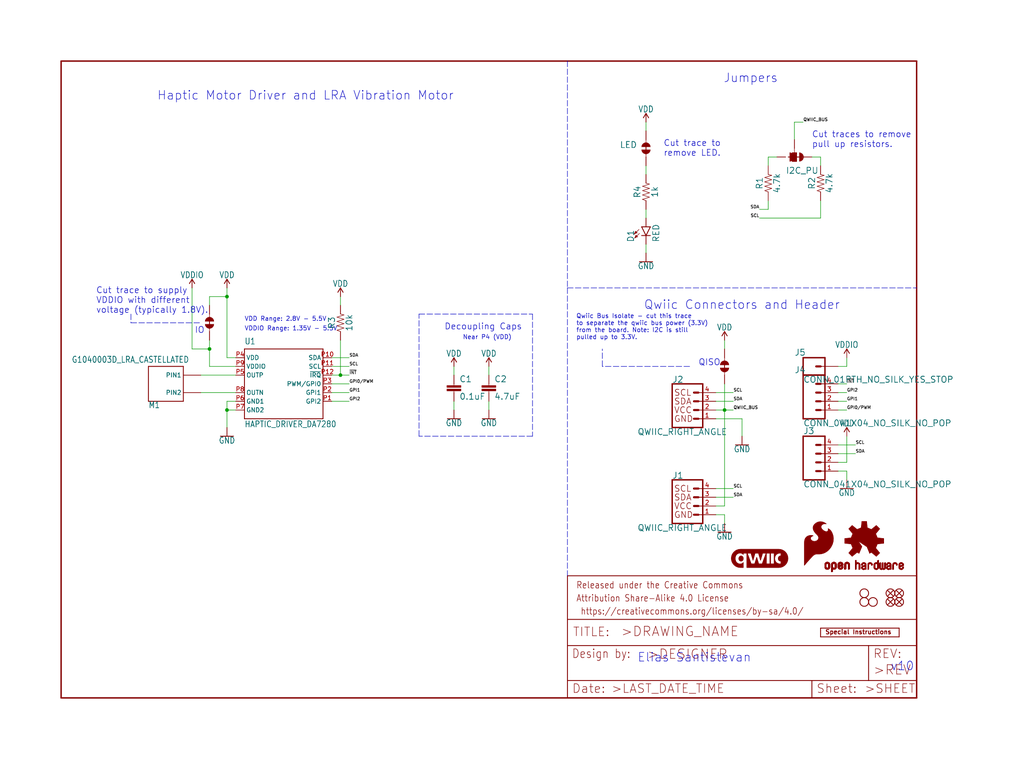
<source format=kicad_sch>
(kicad_sch (version 20211123) (generator eeschema)
  (paper "User" 297.942 223.926)
  (lib_symbols
    (symbol "schematicEagle-eagle-import:0.1UF-0603-25V-5%"
      (property "Reference" "C" (at 1.524 2.921 0))
      (property "Value" "0.1UF-0603-25V-5%" (at 1.524 -2.159 0))
      (symbol "0.1UF-0603-25V-5%_1_0"
        (pin passive line (at 0 5.08 270) (length 2.54) (name "1") (number "1"))
        (pin passive line (at 0 -2.54 90) (length 2.54) (name "2") (number "2"))
      )
    )
    (symbol "schematicEagle-eagle-import:10KOHM-0603-1{slash}10W-1%"
      (property "Reference" "R" (at 0 1.524 0))
      (property "Value" "10KOHM-0603-1{slash}10W-1%" (at 0 -1.524 0))
      (symbol "10KOHM-0603-1{slash}10W-1%_1_0"
        (pin passive line (at -5.08 0 0) (length 2.54) (name "1") (number "1"))
        (pin passive line (at 5.08 0 180) (length 2.54) (name "2") (number "2"))
      )
    )
    (symbol "schematicEagle-eagle-import:1KOHM-0603-1{slash}10W-1%"
      (property "Reference" "R" (at 0 1.524 0))
      (property "Value" "1KOHM-0603-1{slash}10W-1%" (at 0 -1.524 0))
      (symbol "1KOHM-0603-1{slash}10W-1%_1_0"
        (pin passive line (at -5.08 0 0) (length 2.54) (name "1") (number "1"))
        (pin passive line (at 5.08 0 180) (length 2.54) (name "2") (number "2"))
      )
    )
    (symbol "schematicEagle-eagle-import:4.7KOHM-0603-1{slash}10W-1%"
      (property "Reference" "R" (at 0 1.524 0))
      (property "Value" "4.7KOHM-0603-1{slash}10W-1%" (at 0 -1.524 0))
      (symbol "4.7KOHM-0603-1{slash}10W-1%_1_0"
        (pin passive line (at -5.08 0 0) (length 2.54) (name "1") (number "1"))
        (pin passive line (at 5.08 0 180) (length 2.54) (name "2") (number "2"))
      )
    )
    (symbol "schematicEagle-eagle-import:4.7UF-0603-6.3V-(10%)"
      (property "Reference" "C" (at 1.524 2.921 0))
      (property "Value" "4.7UF-0603-6.3V-(10%)" (at 1.524 -2.159 0))
      (symbol "4.7UF-0603-6.3V-(10%)_1_0"
        (pin passive line (at 0 5.08 270) (length 2.54) (name "1") (number "1"))
        (pin passive line (at 0 -2.54 90) (length 2.54) (name "2") (number "2"))
      )
    )
    (symbol "schematicEagle-eagle-import:CONN_01PTH_NO_SILK_YES_STOP"
      (property "Reference" "J" (at -2.54 3.048 0))
      (property "Value" "CONN_01PTH_NO_SILK_YES_STOP" (at -2.54 -4.826 0))
      (symbol "CONN_01PTH_NO_SILK_YES_STOP_1_0"
        (pin passive line (at 7.62 0 180) (length 5.08) (name "1") (number "1"))
      )
    )
    (symbol "schematicEagle-eagle-import:CONN_041X04_NO_SILK_NO_POP"
      (property "Reference" "J" (at -5.08 8.128 0))
      (property "Value" "CONN_041X04_NO_SILK_NO_POP" (at -5.08 -7.366 0))
      (symbol "CONN_041X04_NO_SILK_NO_POP_1_0"
        (pin passive line (at 5.08 -2.54 180) (length 5.08) (name "1") (number "1"))
        (pin passive line (at 5.08 0 180) (length 5.08) (name "2") (number "2"))
        (pin passive line (at 5.08 2.54 180) (length 5.08) (name "3") (number "3"))
        (pin passive line (at 5.08 5.08 180) (length 5.08) (name "4") (number "4"))
      )
    )
    (symbol "schematicEagle-eagle-import:FIDUCIALUFIDUCIAL")
    (symbol "schematicEagle-eagle-import:FRAME-LETTER"
      (symbol "FRAME-LETTER_2_0"
        (text " https://creativecommons.org/licenses/by-sa/4.0/" (at 2.54 24.13 0) (effects (font (size 1.9304 1.6408)) (justify left bottom)))
        (text ">DESIGNER" (at 23.114 11.176 0) (effects (font (size 2.7432 2.7432)) (justify left bottom)))
        (text ">DRAWING_NAME" (at 15.494 17.78 0) (effects (font (size 2.7432 2.7432)) (justify left bottom)))
        (text ">LAST_DATE_TIME" (at 12.7 1.27 0) (effects (font (size 2.54 2.54)) (justify left bottom)))
        (text ">REV" (at 88.9 6.604 0) (effects (font (size 2.7432 2.7432)) (justify left bottom)))
        (text ">SHEET" (at 86.36 1.27 0) (effects (font (size 2.54 2.54)) (justify left bottom)))
        (text "Attribution Share-Alike 4.0 License" (at 2.54 27.94 0) (effects (font (size 1.9304 1.6408)) (justify left bottom)))
        (text "Date:" (at 1.27 1.27 0) (effects (font (size 2.54 2.54)) (justify left bottom)))
        (text "Design by:" (at 1.27 11.43 0) (effects (font (size 2.54 2.159)) (justify left bottom)))
        (text "Released under the Creative Commons" (at 2.54 31.75 0) (effects (font (size 1.9304 1.6408)) (justify left bottom)))
        (text "REV:" (at 88.9 11.43 0) (effects (font (size 2.54 2.54)) (justify left bottom)))
        (text "Sheet:" (at 72.39 1.27 0) (effects (font (size 2.54 2.54)) (justify left bottom)))
        (text "TITLE:" (at 1.524 17.78 0) (effects (font (size 2.54 2.54)) (justify left bottom)))
      )
    )
    (symbol "schematicEagle-eagle-import:G1040003D_LRA_CASTELLATED"
      (property "Reference" "M" (at -5.08 5.588 0))
      (property "Value" "G1040003D_LRA_CASTELLATED" (at -5.08 -7.366 0))
      (symbol "G1040003D_LRA_CASTELLATED_1_0"
        (pin bidirectional line (at 10.16 2.54 180) (length 5.08) (name "PIN1") (number "P$1"))
        (pin bidirectional line (at 10.16 -2.54 180) (length 5.08) (name "PIN2") (number "P$2"))
      )
    )
    (symbol "schematicEagle-eagle-import:GND" (power)
      (property "Value" "GND" (at 0 -0.254 0))
      (symbol "GND_1_0"
        (pin power_in line (at 0 2.54 270) (length 2.54) (name "GND") (number "1"))
      )
    )
    (symbol "schematicEagle-eagle-import:HAPTIC_DRIVER_DA7280"
      (property "Reference" "U" (at -10.16 11.176 0))
      (property "Value" "HAPTIC_DRIVER_DA7280" (at -10.16 -12.7 0))
      (symbol "HAPTIC_DRIVER_DA7280_1_0"
        (pin input line (at 15.24 -5.08 180) (length 2.54) (name "GPI2") (number "P1"))
        (pin bidirectional line (at 15.24 7.62 180) (length 2.54) (name "SDA") (number "P10"))
        (pin bidirectional line (at 15.24 5.08 180) (length 2.54) (name "SCL") (number "P11"))
        (pin output line (at 15.24 2.54 180) (length 2.54) (name "~{IRQ}") (number "P12"))
        (pin input line (at 15.24 -2.54 180) (length 2.54) (name "GPI1") (number "P2"))
        (pin input line (at 15.24 0 180) (length 2.54) (name "PWM/GPI0") (number "P3"))
        (pin power_in line (at -12.7 7.62 0) (length 2.54) (name "VDD") (number "P4"))
        (pin output line (at -12.7 2.54 0) (length 2.54) (name "OUTP") (number "P5"))
        (pin power_in line (at -12.7 -5.08 0) (length 2.54) (name "GND1") (number "P6"))
        (pin power_in line (at -12.7 -7.62 0) (length 2.54) (name "GND2") (number "P7"))
        (pin output line (at -12.7 -2.54 0) (length 2.54) (name "OUTN") (number "P8"))
        (pin power_in line (at -12.7 5.08 0) (length 2.54) (name "VDDIO") (number "P9"))
      )
    )
    (symbol "schematicEagle-eagle-import:JUMPER-SMT_2_NC_TRACE_SILK"
      (property "Reference" "JP" (at -2.54 2.54 0))
      (property "Value" "JUMPER-SMT_2_NC_TRACE_SILK" (at -2.54 -2.54 0))
      (symbol "JUMPER-SMT_2_NC_TRACE_SILK_1_0"
        (pin passive line (at -5.08 0 0) (length 2.54) (name "1") (number "1"))
        (pin passive line (at 5.08 0 180) (length 2.54) (name "2") (number "2"))
      )
    )
    (symbol "schematicEagle-eagle-import:JUMPER-SMT_3_2-NC_TRACE_SILK"
      (property "Reference" "JP" (at 2.54 0.381 0))
      (property "Value" "JUMPER-SMT_3_2-NC_TRACE_SILK" (at 2.54 -0.381 0))
      (symbol "JUMPER-SMT_3_2-NC_TRACE_SILK_1_0"
        (pin passive line (at 0 5.08 270) (length 2.54) (name "1") (number "1"))
        (pin passive line (at -5.08 0 0) (length 2.54) (name "2") (number "2"))
        (pin passive line (at 0 -5.08 90) (length 2.54) (name "3") (number "3"))
      )
    )
    (symbol "schematicEagle-eagle-import:LED-RED0603"
      (property "Reference" "D" (at -3.429 -4.572 90))
      (property "Value" "LED-RED0603" (at 1.905 -4.572 90))
      (symbol "LED-RED0603_1_0"
        (pin passive line (at 0 2.54 270) (length 2.54) (name "A") (number "A"))
        (pin passive line (at 0 -5.08 90) (length 2.54) (name "C") (number "C"))
      )
    )
    (symbol "schematicEagle-eagle-import:OSHW-LOGOS")
    (symbol "schematicEagle-eagle-import:QWIIC_CONNECTORJS-1MM"
      (property "Reference" "J" (at -5.08 7.874 0))
      (property "Value" "QWIIC_CONNECTORJS-1MM" (at -5.08 -5.334 0))
      (symbol "QWIIC_CONNECTORJS-1MM_1_0"
        (text "GND" (at -4.572 -2.54 0) (effects (font (size 1.778 1.778)) (justify left)))
        (text "SCL" (at -4.572 5.08 0) (effects (font (size 1.778 1.778)) (justify left)))
        (text "SDA" (at -4.572 2.54 0) (effects (font (size 1.778 1.778)) (justify left)))
        (text "VCC" (at -4.572 0 0) (effects (font (size 1.778 1.778)) (justify left)))
        (pin power_in line (at 7.62 -2.54 180) (length 5.08) (name "1") (number "1"))
        (pin power_in line (at 7.62 0 180) (length 5.08) (name "2") (number "2"))
        (pin passive line (at 7.62 2.54 180) (length 5.08) (name "3") (number "3"))
        (pin passive line (at 7.62 5.08 180) (length 5.08) (name "4") (number "4"))
      )
    )
    (symbol "schematicEagle-eagle-import:QWIIC_LOGO_3MM")
    (symbol "schematicEagle-eagle-import:SFE_LOGO_FLAME.1_INCH")
    (symbol "schematicEagle-eagle-import:SPECIAL_INSTRUCTIONS-ORDERING"
      (symbol "SPECIAL_INSTRUCTIONS-ORDERING_1_0"
        (text "Special Instructions" (at 1.27 0.6985 0) (effects (font (size 1.27 1.27) (thickness 0.254) bold) (justify left bottom)))
      )
    )
    (symbol "schematicEagle-eagle-import:STAND-OFFTIGHT")
    (symbol "schematicEagle-eagle-import:VDD" (power)
      (property "Value" "VDD" (at 0 2.794 0))
      (symbol "VDD_1_0"
        (pin power_in line (at 0 0 90) (length 2.54) (name "VDD") (number "1"))
      )
    )
    (symbol "schematicEagle-eagle-import:VDDIO" (power)
      (property "Value" "VDDIO" (at 0 2.794 0))
      (symbol "VDDIO_1_0"
        (pin power_in line (at 0 0 90) (length 2.54) (name "VDDIO") (number "1"))
      )
    )
  )
  (junction (at 210.82 119.38))
  (junction (at 99.06 109.22))
  (junction (at 60.96 101.6))
  (junction (at 66.04 119.38))
  (junction (at 66.04 86.36))
  (wire (pts (xy 243.84 129.54) (xy 248.92 129.54)))
  (wire (pts (xy 210.82 119.38) (xy 213.36 119.38)))
  (wire (pts (xy 243.84 116.84) (xy 246.38 116.84)))
  (wire (pts (xy 208.28 142.24) (xy 213.36 142.24)))
  (wire (pts (xy 187.96 50.8) (xy 187.96 48.26)))
  (wire (pts (xy 208.28 144.78) (xy 213.36 144.78)))
  (wire (pts (xy 236.22 45.72) (xy 238.76 45.72)))
  (wire (pts (xy 68.58 114.3) (xy 58.42 114.3)))
  (wire (pts (xy 60.96 86.36) (xy 66.04 86.36)))
  (wire (pts (xy 101.6 104.14) (xy 96.52 104.14)))
  (wire (pts (xy 68.58 109.22) (xy 58.42 109.22)))
  (wire (pts (xy 99.06 109.22) (xy 99.06 99.06)))
  (wire (pts (xy 243.84 137.16) (xy 246.38 137.16)))
  (wire (pts (xy 68.58 104.14) (xy 66.04 104.14)))
  (wire (pts (xy 60.96 88.9) (xy 60.96 86.36)))
  (polyline (pts (xy 165.1 83.82) (xy 266.7 83.82)))
  (wire (pts (xy 101.6 111.76) (xy 96.52 111.76)))
  (polyline (pts (xy 165.1 83.82) (xy 165.1 167.64)))
  (wire (pts (xy 238.76 58.42) (xy 238.76 63.5)))
  (polyline (pts (xy 38.1 91.44) (xy 38.1 93.98)))
  (polyline (pts (xy 175.26 106.68) (xy 175.26 101.6)))
  (wire (pts (xy 238.76 45.72) (xy 238.76 48.26)))
  (wire (pts (xy 215.9 121.92) (xy 215.9 127)))
  (wire (pts (xy 68.58 116.84) (xy 66.04 116.84)))
  (wire (pts (xy 142.24 119.38) (xy 142.24 116.84)))
  (polyline (pts (xy 121.92 127) (xy 121.92 91.44)))
  (wire (pts (xy 187.96 71.12) (xy 187.96 73.66)))
  (wire (pts (xy 243.84 114.3) (xy 246.38 114.3)))
  (wire (pts (xy 60.96 106.68) (xy 60.96 101.6)))
  (wire (pts (xy 132.08 116.84) (xy 132.08 119.38)))
  (polyline (pts (xy 154.94 91.44) (xy 154.94 127)))
  (wire (pts (xy 66.04 86.36) (xy 66.04 83.82)))
  (wire (pts (xy 68.58 119.38) (xy 66.04 119.38)))
  (wire (pts (xy 210.82 149.86) (xy 210.82 152.4)))
  (wire (pts (xy 208.28 119.38) (xy 210.82 119.38)))
  (wire (pts (xy 223.52 48.26) (xy 223.52 45.72)))
  (polyline (pts (xy 200.66 106.68) (xy 175.26 106.68)))
  (wire (pts (xy 208.28 121.92) (xy 215.9 121.92)))
  (polyline (pts (xy 154.94 127) (xy 121.92 127)))
  (wire (pts (xy 66.04 119.38) (xy 66.04 124.46)))
  (wire (pts (xy 60.96 101.6) (xy 55.88 101.6)))
  (wire (pts (xy 66.04 104.14) (xy 66.04 86.36)))
  (wire (pts (xy 208.28 147.32) (xy 210.82 147.32)))
  (wire (pts (xy 243.84 111.76) (xy 246.38 111.76)))
  (wire (pts (xy 231.14 35.56) (xy 233.68 35.56)))
  (wire (pts (xy 210.82 119.38) (xy 210.82 147.32)))
  (wire (pts (xy 238.76 63.5) (xy 220.98 63.5)))
  (wire (pts (xy 132.08 109.22) (xy 132.08 106.68)))
  (wire (pts (xy 208.28 149.86) (xy 210.82 149.86)))
  (wire (pts (xy 243.84 119.38) (xy 246.38 119.38)))
  (wire (pts (xy 101.6 109.22) (xy 99.06 109.22)))
  (wire (pts (xy 246.38 134.62) (xy 246.38 127)))
  (wire (pts (xy 246.38 106.68) (xy 246.38 104.14)))
  (wire (pts (xy 101.6 116.84) (xy 96.52 116.84)))
  (wire (pts (xy 142.24 109.22) (xy 142.24 106.68)))
  (wire (pts (xy 99.06 109.22) (xy 96.52 109.22)))
  (wire (pts (xy 243.84 106.68) (xy 246.38 106.68)))
  (wire (pts (xy 243.84 132.08) (xy 248.92 132.08)))
  (wire (pts (xy 208.28 116.84) (xy 213.36 116.84)))
  (wire (pts (xy 223.52 58.42) (xy 223.52 60.96)))
  (wire (pts (xy 66.04 116.84) (xy 66.04 119.38)))
  (polyline (pts (xy 121.92 91.44) (xy 154.94 91.44)))
  (wire (pts (xy 243.84 134.62) (xy 246.38 134.62)))
  (wire (pts (xy 210.82 119.38) (xy 210.82 111.76)))
  (polyline (pts (xy 38.1 93.98) (xy 58.42 93.98)))
  (wire (pts (xy 68.58 106.68) (xy 60.96 106.68)))
  (polyline (pts (xy 165.1 17.78) (xy 165.1 83.82)))
  (wire (pts (xy 99.06 88.9) (xy 99.06 86.36)))
  (wire (pts (xy 187.96 38.1) (xy 187.96 35.56)))
  (wire (pts (xy 187.96 63.5) (xy 187.96 60.96)))
  (wire (pts (xy 246.38 137.16) (xy 246.38 139.7)))
  (wire (pts (xy 101.6 106.68) (xy 96.52 106.68)))
  (wire (pts (xy 208.28 114.3) (xy 213.36 114.3)))
  (wire (pts (xy 223.52 60.96) (xy 220.98 60.96)))
  (wire (pts (xy 223.52 45.72) (xy 226.06 45.72)))
  (wire (pts (xy 55.88 101.6) (xy 55.88 83.82)))
  (wire (pts (xy 60.96 101.6) (xy 60.96 99.06)))
  (wire (pts (xy 231.14 40.64) (xy 231.14 35.56)))
  (wire (pts (xy 101.6 114.3) (xy 96.52 114.3)))
  (wire (pts (xy 210.82 99.06) (xy 210.82 101.6)))
  (text "Decoupling Caps" (at 129.286 96.266 180) (effects (font (size 1.778 1.778)) (justify left bottom)))
  (text "QISO" (at 203.2 106.68 180) (effects (font (size 1.778 1.778)) (justify left bottom)))
  (text "Qwiic Bus Isolate - cut this trace\nto separate the qwiic bus power (3.3V)\nfrom the board. Note: I2C is still\npulled up to 3.3V." (at 167.64 99.06 0) (effects (font (size 1.27 1.27)) (justify left bottom)))
  (text "VDDIO Range: 1.35V - 5.5V" (at 71.12 96.52 180) (effects (font (size 1.27 1.27)) (justify left bottom)))
  (text "IO" (at 56.642 97.282 180) (effects (font (size 1.778 1.778)) (justify left bottom)))
  (text "Near P4 (VDD)" (at 134.62 99.06 180) (effects (font (size 1.27 1.27)) (justify left bottom)))
  (text "Elias Santistevan" (at 185.42 193.04 180) (effects (font (size 2.54 2.54)) (justify left bottom)))
  (text "Qwiic Connectors and Header" (at 215.9 88.9 180) (effects (font (size 2.54 2.54))))
  (text "Jumpers" (at 218.44 22.86 180) (effects (font (size 2.54 2.54))))
  (text "Cut trace to supply\nVDDIO with different\nvoltage (typically 1.8V)." (at 27.94 91.44 0) (effects (font (size 1.778 1.778)) (justify left bottom)))
  (text "VDD Range: 2.8V - 5.5V" (at 71.12 93.726 180) (effects (font (size 1.27 1.27)) (justify left bottom)))
  (text "Cut traces to remove\npull up resistors." (at 236.22 43.18 180) (effects (font (size 1.778 1.778)) (justify left bottom)))
  (text "Haptic Motor Driver and LRA Vibration Motor" (at 88.9 27.94 180) (effects (font (size 2.54 2.54))))
  (text "Cut trace to\nremove LED." (at 193.04 45.72 180) (effects (font (size 1.778 1.778)) (justify left bottom)))
  (text "v10" (at 259.08 195.58 180) (effects (font (size 2.54 2.54)) (justify left bottom)))
  (label "SCL" (at 213.36 114.3 0) (effects (font (size 0.889 0.889))))
  (label "GPI0/PWM" (at 246.38 119.38 0) (effects (font (size 0.889 0.889))))
  (label "GPI2" (at 246.38 114.3 0) (effects (font (size 0.889 0.889))))
  (label "QWIIC_BUS" (at 233.68 35.56 0) (effects (font (size 0.889 0.889))))
  (label "GPI0/PWM" (at 101.6 111.76 0) (effects (font (size 0.889 0.889))))
  (label "SDA" (at 213.36 116.84 0) (effects (font (size 0.889 0.889))))
  (label "SCL" (at 248.92 129.54 0) (effects (font (size 0.889 0.889))))
  (label "SDA" (at 248.92 132.08 0) (effects (font (size 0.889 0.889))))
  (label "GPI1" (at 246.38 116.84 0) (effects (font (size 0.889 0.889))))
  (label "QWIIC_BUS" (at 213.36 119.38 0) (effects (font (size 0.889 0.889))))
  (label "SDA" (at 101.6 104.14 0) (effects (font (size 0.889 0.889))))
  (label "SDA" (at 213.36 144.78 0) (effects (font (size 0.889 0.889))))
  (label "GPI1" (at 101.6 114.3 0) (effects (font (size 0.889 0.889))))
  (label "~{INT}" (at 246.38 111.76 0) (effects (font (size 0.889 0.889))))
  (label "SCL" (at 101.6 106.68 0) (effects (font (size 0.889 0.889))))
  (label "SCL" (at 213.36 142.24 0) (effects (font (size 0.889 0.889))))
  (label "SCL" (at 220.98 63.5 180) (effects (font (size 0.889 0.889))))
  (label "~{INT}" (at 101.6 109.22 0) (effects (font (size 0.889 0.889))))
  (label "SDA" (at 220.98 60.96 180) (effects (font (size 0.889 0.889))))
  (label "GPI2" (at 101.6 116.84 0) (effects (font (size 0.889 0.889))))
  (symbol (lib_id "schematicEagle-eagle-import:FIDUCIALUFIDUCIAL") (at 261.62 172.72 0) (unit 1)
    (property "Reference" "FD1" (effects hide))
    (property "Value" "FIDUCIALUFIDUCIAL" (effects hide))
    (property "Footprint" "schematicEagle:FIDUCIAL-MICRO" (effects hide))
  )
  (symbol (lib_id "schematicEagle-eagle-import:SPECIAL_INSTRUCTIONS-ORDERING") (at 238.76 185.42 0) (unit 1)
    (property "Reference" "LOGO1" (effects hide))
    (property "Value" "SPECIAL_INSTRUCTIONS-ORDERING" (effects hide))
    (property "Footprint" "schematicEagle:ORDERING_INSTRUCTIONS" (effects hide))
  )
  (symbol (lib_id "schematicEagle-eagle-import:FRAME-LETTER") (at 165.1 203.2 0) (unit 2)
    (property "Reference" "FRAME1" (effects hide))
    (property "Value" "FRAME-LETTER" (effects hide))
    (property "Footprint" "schematicEagle:CREATIVE_COMMONS" (effects hide))
  )
  (symbol (lib_id "schematicEagle-eagle-import:GND") (at 132.08 121.92 0) (unit 1)
    (property "Reference" "#GND6" (effects hide))
    (property "Value" "GND" (at 132.08 122.174 0) (effects (font (size 1.778 1.5113)) (justify top)))
    (property "Footprint" "schematicEagle:" (effects hide))
  )
  (symbol (lib_id "schematicEagle-eagle-import:SFE_LOGO_FLAME.1_INCH") (at 233.68 165.1 0) (unit 1)
    (property "Reference" "LOGO4" (effects hide))
    (property "Value" "SFE_LOGO_FLAME.1_INCH" (effects hide))
    (property "Footprint" "schematicEagle:SFE_LOGO_FLAME_.1" (effects hide))
  )
  (symbol (lib_id "schematicEagle-eagle-import:GND") (at 210.82 154.94 0) (unit 1)
    (property "Reference" "#GND2" (effects hide))
    (property "Value" "GND" (at 210.82 155.194 0) (effects (font (size 1.778 1.5113)) (justify top)))
    (property "Footprint" "schematicEagle:" (effects hide))
  )
  (symbol (lib_id "schematicEagle-eagle-import:OSHW-LOGOS") (at 251.46 157.48 0) (unit 1)
    (property "Reference" "LOGO2" (effects hide))
    (property "Value" "OSHW-LOGOS" (effects hide))
    (property "Footprint" "schematicEagle:OSHW-LOGO-S" (effects hide))
  )
  (symbol (lib_id "schematicEagle-eagle-import:4.7KOHM-0603-1{slash}10W-1%") (at 238.76 53.34 90) (unit 1)
    (property "Reference" "R2" (at 237.236 53.34 0) (effects (font (size 1.778 1.778)) (justify bottom)))
    (property "Value" "4.7k" (at 240.284 53.34 0) (effects (font (size 1.778 1.778)) (justify top)))
    (property "Footprint" "schematicEagle:0603" (effects hide))
  )
  (symbol (lib_id "schematicEagle-eagle-import:QWIIC_CONNECTORJS-1MM") (at 200.66 119.38 0) (unit 1)
    (property "Reference" "J2" (at 195.58 111.506 0) (effects (font (size 1.778 1.778)) (justify left bottom)))
    (property "Value" "QWIIC_RIGHT_ANGLE" (at 185.42 124.714 0) (effects (font (size 1.778 1.778)) (justify left top)))
    (property "Footprint" "schematicEagle:JST04_1MM_RA" (effects hide))
  )
  (symbol (lib_id "schematicEagle-eagle-import:CONN_041X04_NO_SILK_NO_POP") (at 238.76 134.62 0) (unit 1)
    (property "Reference" "J3" (at 233.68 126.492 0) (effects (font (size 1.778 1.778)) (justify left bottom)))
    (property "Value" "CONN_041X04_NO_SILK_NO_POP" (at 233.68 141.986 0) (effects (font (size 1.778 1.778)) (justify left bottom)))
    (property "Footprint" "schematicEagle:1X04_NO_SILK" (effects hide))
  )
  (symbol (lib_id "schematicEagle-eagle-import:JUMPER-SMT_2_NC_TRACE_SILK") (at 187.96 43.18 90) (unit 1)
    (property "Reference" "JP1" (effects hide))
    (property "Value" "LED" (at 185.42 43.18 90) (effects (font (size 1.778 1.778)) (justify left top)))
    (property "Footprint" "schematicEagle:SMT-JUMPER_2_NC_TRACE_SILK" (effects hide))
  )
  (symbol (lib_id "schematicEagle-eagle-import:4.7KOHM-0603-1{slash}10W-1%") (at 223.52 53.34 90) (unit 1)
    (property "Reference" "R1" (at 221.996 53.34 0) (effects (font (size 1.778 1.778)) (justify bottom)))
    (property "Value" "4.7k" (at 225.044 53.34 0) (effects (font (size 1.778 1.778)) (justify top)))
    (property "Footprint" "schematicEagle:0603" (effects hide))
  )
  (symbol (lib_id "schematicEagle-eagle-import:VDDIO") (at 55.88 83.82 0) (unit 1)
    (property "Reference" "#SUPPLY4" (effects hide))
    (property "Value" "VDDIO" (at 55.88 81.026 0) (effects (font (size 1.778 1.5113)) (justify bottom)))
    (property "Footprint" "schematicEagle:" (effects hide))
  )
  (symbol (lib_id "schematicEagle-eagle-import:FIDUCIALUFIDUCIAL") (at 261.62 175.26 0) (unit 1)
    (property "Reference" "FD4" (effects hide))
    (property "Value" "FIDUCIALUFIDUCIAL" (effects hide))
    (property "Footprint" "schematicEagle:FIDUCIAL-MICRO" (effects hide))
  )
  (symbol (lib_id "schematicEagle-eagle-import:GND") (at 246.38 142.24 0) (unit 1)
    (property "Reference" "#GND4" (effects hide))
    (property "Value" "GND" (at 246.38 142.494 0) (effects (font (size 1.778 1.5113)) (justify top)))
    (property "Footprint" "schematicEagle:" (effects hide))
  )
  (symbol (lib_id "schematicEagle-eagle-import:VDD") (at 210.82 99.06 0) (unit 1)
    (property "Reference" "#SUPPLY1" (effects hide))
    (property "Value" "VDD" (at 210.82 96.266 0) (effects (font (size 1.778 1.5113)) (justify bottom)))
    (property "Footprint" "schematicEagle:" (effects hide))
  )
  (symbol (lib_id "schematicEagle-eagle-import:VDD") (at 246.38 127 0) (unit 1)
    (property "Reference" "#SUPPLY2" (effects hide))
    (property "Value" "VDD" (at 246.38 124.206 0) (effects (font (size 1.778 1.5113)) (justify bottom)))
    (property "Footprint" "schematicEagle:" (effects hide))
  )
  (symbol (lib_id "schematicEagle-eagle-import:CONN_041X04_NO_SILK_NO_POP") (at 238.76 116.84 0) (unit 1)
    (property "Reference" "J4" (at 231.14 108.712 0) (effects (font (size 1.778 1.778)) (justify left bottom)))
    (property "Value" "CONN_041X04_NO_SILK_NO_POP" (at 233.68 124.206 0) (effects (font (size 1.778 1.778)) (justify left bottom)))
    (property "Footprint" "schematicEagle:1X04_NO_SILK" (effects hide))
  )
  (symbol (lib_id "schematicEagle-eagle-import:HAPTIC_DRIVER_DA7280") (at 81.28 111.76 0) (unit 1)
    (property "Reference" "U1" (at 71.12 100.33 0) (effects (font (size 1.778 1.5113)) (justify left bottom)))
    (property "Value" "HAPTIC_DRIVER_DA7280" (at 71.12 124.46 0) (effects (font (size 1.778 1.5113)) (justify left bottom)))
    (property "Footprint" "schematicEagle:QFN_DA7280" (effects hide))
  )
  (symbol (lib_id "schematicEagle-eagle-import:STAND-OFFTIGHT") (at 254 175.26 0) (unit 1)
    (property "Reference" "H4" (effects hide))
    (property "Value" "STAND-OFFTIGHT" (effects hide))
    (property "Footprint" "schematicEagle:STAND-OFF-TIGHT" (effects hide))
  )
  (symbol (lib_id "schematicEagle-eagle-import:VDD") (at 66.04 83.82 0) (unit 1)
    (property "Reference" "#SUPPLY10" (effects hide))
    (property "Value" "VDD" (at 66.04 81.026 0) (effects (font (size 1.778 1.5113)) (justify bottom)))
    (property "Footprint" "schematicEagle:" (effects hide))
  )
  (symbol (lib_id "schematicEagle-eagle-import:VDD") (at 132.08 106.68 0) (unit 1)
    (property "Reference" "#SUPPLY12" (effects hide))
    (property "Value" "VDD" (at 132.08 103.886 0) (effects (font (size 1.778 1.5113)) (justify bottom)))
    (property "Footprint" "schematicEagle:" (effects hide))
  )
  (symbol (lib_id "schematicEagle-eagle-import:10KOHM-0603-1{slash}10W-1%") (at 99.06 93.98 90) (unit 1)
    (property "Reference" "R3" (at 97.536 93.98 0) (effects (font (size 1.778 1.778)) (justify bottom)))
    (property "Value" "10k" (at 100.584 93.98 0) (effects (font (size 1.778 1.778)) (justify top)))
    (property "Footprint" "schematicEagle:0603" (effects hide))
  )
  (symbol (lib_id "schematicEagle-eagle-import:JUMPER-SMT_2_NC_TRACE_SILK") (at 210.82 106.68 90) (unit 1)
    (property "Reference" "JP4" (effects hide))
    (property "Value" "LED" (effects hide))
    (property "Footprint" "schematicEagle:SMT-JUMPER_2_NC_TRACE_SILK" (effects hide))
  )
  (symbol (lib_id "schematicEagle-eagle-import:VDD") (at 187.96 35.56 0) (unit 1)
    (property "Reference" "#SUPPLY14" (effects hide))
    (property "Value" "VDD" (at 187.96 32.766 0) (effects (font (size 1.778 1.5113)) (justify bottom)))
    (property "Footprint" "schematicEagle:" (effects hide))
  )
  (symbol (lib_id "schematicEagle-eagle-import:FIDUCIALUFIDUCIAL") (at 259.08 175.26 0) (unit 1)
    (property "Reference" "FD3" (effects hide))
    (property "Value" "FIDUCIALUFIDUCIAL" (effects hide))
    (property "Footprint" "schematicEagle:FIDUCIAL-MICRO" (effects hide))
  )
  (symbol (lib_id "schematicEagle-eagle-import:CONN_01PTH_NO_SILK_YES_STOP") (at 236.22 106.68 0) (unit 1)
    (property "Reference" "J5" (at 231.14 103.632 0) (effects (font (size 1.778 1.778)) (justify left bottom)))
    (property "Value" "CONN_01PTH_NO_SILK_YES_STOP" (at 233.68 111.506 0) (effects (font (size 1.778 1.778)) (justify left bottom)))
    (property "Footprint" "schematicEagle:1X01_NO_SILK" (effects hide))
  )
  (symbol (lib_id "schematicEagle-eagle-import:QWIIC_CONNECTORJS-1MM") (at 200.66 147.32 0) (unit 1)
    (property "Reference" "J1" (at 195.58 139.446 0) (effects (font (size 1.778 1.778)) (justify left bottom)))
    (property "Value" "QWIIC_RIGHT_ANGLE" (at 185.42 152.654 0) (effects (font (size 1.778 1.778)) (justify left top)))
    (property "Footprint" "schematicEagle:JST04_1MM_RA" (effects hide))
  )
  (symbol (lib_id "schematicEagle-eagle-import:FRAME-LETTER") (at 17.78 203.2 0) (unit 1)
    (property "Reference" "FRAME1" (effects hide))
    (property "Value" "FRAME-LETTER" (effects hide))
    (property "Footprint" "schematicEagle:CREATIVE_COMMONS" (effects hide))
  )
  (symbol (lib_id "schematicEagle-eagle-import:STAND-OFFTIGHT") (at 251.46 172.72 0) (unit 1)
    (property "Reference" "H2" (effects hide))
    (property "Value" "STAND-OFFTIGHT" (effects hide))
    (property "Footprint" "schematicEagle:STAND-OFF-TIGHT" (effects hide))
  )
  (symbol (lib_id "schematicEagle-eagle-import:4.7UF-0603-6.3V-(10%)") (at 142.24 114.3 0) (unit 1)
    (property "Reference" "C2" (at 143.764 111.379 0) (effects (font (size 1.778 1.778)) (justify left bottom)))
    (property "Value" "4.7uF" (at 143.764 116.459 0) (effects (font (size 1.778 1.778)) (justify left bottom)))
    (property "Footprint" "schematicEagle:0603" (effects hide))
  )
  (symbol (lib_id "schematicEagle-eagle-import:VDD") (at 142.24 106.68 0) (unit 1)
    (property "Reference" "#SUPPLY13" (effects hide))
    (property "Value" "VDD" (at 142.24 103.886 0) (effects (font (size 1.778 1.5113)) (justify bottom)))
    (property "Footprint" "schematicEagle:" (effects hide))
  )
  (symbol (lib_id "schematicEagle-eagle-import:VDD") (at 99.06 86.36 0) (unit 1)
    (property "Reference" "#SUPPLY11" (effects hide))
    (property "Value" "VDD" (at 99.06 83.566 0) (effects (font (size 1.778 1.5113)) (justify bottom)))
    (property "Footprint" "schematicEagle:" (effects hide))
  )
  (symbol (lib_id "schematicEagle-eagle-import:GND") (at 142.24 121.92 0) (unit 1)
    (property "Reference" "#GND7" (effects hide))
    (property "Value" "GND" (at 142.24 122.174 0) (effects (font (size 1.778 1.5113)) (justify top)))
    (property "Footprint" "schematicEagle:" (effects hide))
  )
  (symbol (lib_id "schematicEagle-eagle-import:0.1UF-0603-25V-5%") (at 132.08 114.3 0) (unit 1)
    (property "Reference" "C1" (at 133.604 111.379 0) (effects (font (size 1.778 1.778)) (justify left bottom)))
    (property "Value" "0.1uF" (at 133.604 116.459 0) (effects (font (size 1.778 1.778)) (justify left bottom)))
    (property "Footprint" "schematicEagle:0603" (effects hide))
  )
  (symbol (lib_id "schematicEagle-eagle-import:GND") (at 187.96 76.2 0) (unit 1)
    (property "Reference" "#GND5" (effects hide))
    (property "Value" "GND" (at 187.96 76.454 0) (effects (font (size 1.778 1.5113)) (justify top)))
    (property "Footprint" "schematicEagle:" (effects hide))
  )
  (symbol (lib_id "schematicEagle-eagle-import:STAND-OFFTIGHT") (at 251.46 175.26 0) (unit 1)
    (property "Reference" "H1" (effects hide))
    (property "Value" "STAND-OFFTIGHT" (effects hide))
    (property "Footprint" "schematicEagle:STAND-OFF-TIGHT" (effects hide))
  )
  (symbol (lib_id "schematicEagle-eagle-import:LED-RED0603") (at 187.96 66.04 0) (unit 1)
    (property "Reference" "D1" (at 184.531 70.612 90) (effects (font (size 1.778 1.778)) (justify left bottom)))
    (property "Value" "RED" (at 189.865 70.612 90) (effects (font (size 1.778 1.778)) (justify left top)))
    (property "Footprint" "schematicEagle:LED-0603" (effects hide))
  )
  (symbol (lib_id "schematicEagle-eagle-import:G1040003D_LRA_CASTELLATED") (at 48.26 111.76 0) (unit 1)
    (property "Reference" "M1" (at 43.18 118.872 0) (effects (font (size 1.778 1.5113)) (justify left bottom)))
    (property "Value" "G1040003D_LRA_CASTELLATED" (at 20.828 105.664 0) (effects (font (size 1.778 1.5113)) (justify left bottom)))
    (property "Footprint" "schematicEagle:COIN_VIBRATION_MOTOR_CASTEL" (effects hide))
  )
  (symbol (lib_id "schematicEagle-eagle-import:GND") (at 66.04 127 0) (unit 1)
    (property "Reference" "#GND1" (effects hide))
    (property "Value" "GND" (at 66.04 127.254 0) (effects (font (size 1.778 1.5113)) (justify top)))
    (property "Footprint" "schematicEagle:" (effects hide))
  )
  (symbol (lib_id "schematicEagle-eagle-import:1KOHM-0603-1{slash}10W-1%") (at 187.96 55.88 90) (unit 1)
    (property "Reference" "R4" (at 186.436 55.88 0) (effects (font (size 1.778 1.778)) (justify bottom)))
    (property "Value" "1k" (at 189.484 55.88 0) (effects (font (size 1.778 1.778)) (justify top)))
    (property "Footprint" "schematicEagle:0603" (effects hide))
  )
  (symbol (lib_id "schematicEagle-eagle-import:VDDIO") (at 246.38 104.14 0) (unit 1)
    (property "Reference" "#SUPPLY3" (effects hide))
    (property "Value" "VDDIO" (at 246.38 101.346 0) (effects (font (size 1.778 1.5113)) (justify bottom)))
    (property "Footprint" "schematicEagle:" (effects hide))
  )
  (symbol (lib_id "schematicEagle-eagle-import:JUMPER-SMT_2_NC_TRACE_SILK") (at 60.96 93.98 90) (unit 1)
    (property "Reference" "JP2" (effects hide))
    (property "Value" "LED" (effects hide))
    (property "Footprint" "schematicEagle:SMT-JUMPER_2_NC_TRACE_SILK" (effects hide))
  )
  (symbol (lib_id "schematicEagle-eagle-import:QWIIC_LOGO_3MM") (at 220.98 162.56 0) (unit 1)
    (property "Reference" "U$1" (effects hide))
    (property "Value" "QWIIC_LOGO_3MM" (effects hide))
    (property "Footprint" "schematicEagle:QWIIC_3MM" (effects hide))
  )
  (symbol (lib_id "schematicEagle-eagle-import:FIDUCIALUFIDUCIAL") (at 259.08 172.72 0) (unit 1)
    (property "Reference" "FD2" (effects hide))
    (property "Value" "FIDUCIALUFIDUCIAL" (effects hide))
    (property "Footprint" "schematicEagle:FIDUCIAL-MICRO" (effects hide))
  )
  (symbol (lib_id "schematicEagle-eagle-import:JUMPER-SMT_3_2-NC_TRACE_SILK") (at 231.14 45.72 270) (unit 1)
    (property "Reference" "JP3" (effects hide))
    (property "Value" "I2C_PU" (at 228.6 48.641 90) (effects (font (size 1.778 1.778)) (justify left top)))
    (property "Footprint" "schematicEagle:SMT-JUMPER_3_2-NC_TRACE_SILK" (effects hide))
  )
  (symbol (lib_id "schematicEagle-eagle-import:GND") (at 215.9 129.54 0) (unit 1)
    (property "Reference" "#GND3" (effects hide))
    (property "Value" "GND" (at 215.9 129.794 0) (effects (font (size 1.778 1.5113)) (justify top)))
    (property "Footprint" "schematicEagle:" (effects hide))
  )
)
</source>
